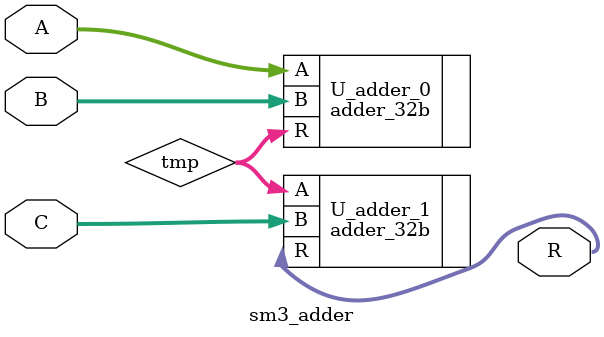
<source format=sv>
`include "sm3_cfg.sv"


module sm3_adder(
    input   [31:0]      A,
    input   [31:0]      B,
    input   [31:0]      C,
    output  [31:0]      R   
    );

    `ifdef SM3_CMPRSS_CSA_ADD
        //使用CSA加法器
        csa_adder_3i_32b U_csa_adder_3i_32b(
            .A(A),
            .B(B),
            .C(C),
            .R(R)  
        );
    `else
        //使用两级加法器
        wire [31:0]     tmp;
        adder_32b U_adder_0(
            .A(A),
            .B(B),
            .R(tmp) 
        );
        adder_32b U_adder_1(
            .A(tmp),
            .B(C),
            .R(R) 
        );

    `endif
    
endmodule

</source>
